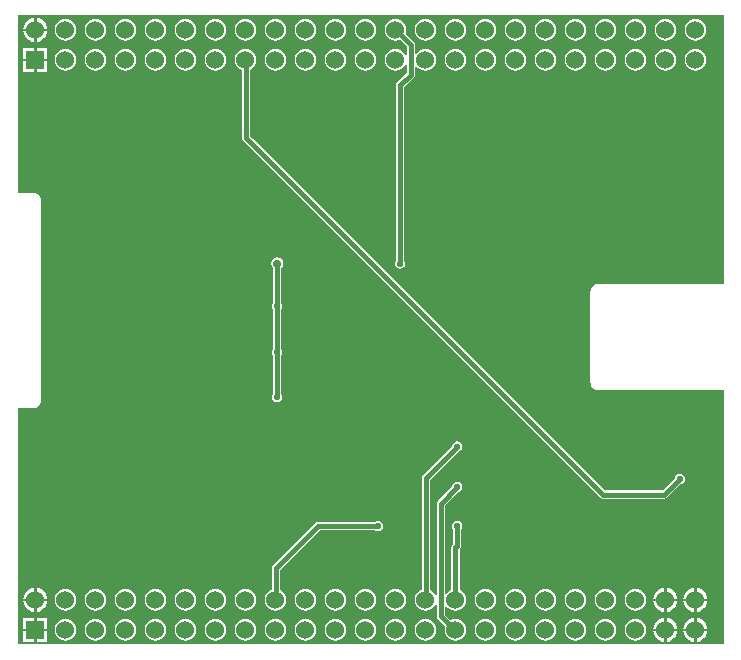
<source format=gbl>
G04 Layer_Physical_Order=2*
G04 Layer_Color=16711680*
%FSLAX25Y25*%
%MOIN*%
G70*
G01*
G75*
%ADD17C,0.01500*%
%ADD18C,0.06000*%
%ADD19R,0.06000X0.06000*%
%ADD20C,0.02200*%
%ADD21C,0.02800*%
G36*
X308878Y124622D02*
X267000D01*
X266321Y124533D01*
X265689Y124271D01*
X265146Y123854D01*
X264729Y123311D01*
X264467Y122679D01*
X264378Y122000D01*
Y92000D01*
X264467Y91321D01*
X264729Y90689D01*
X265146Y90146D01*
X265689Y89729D01*
X266321Y89467D01*
X267000Y89378D01*
X308878D01*
Y4591D01*
X73457D01*
Y83409D01*
X78740D01*
X79411Y83498D01*
X80036Y83756D01*
X80572Y84168D01*
X80984Y84705D01*
X81243Y85330D01*
X81331Y86000D01*
Y152441D01*
X81243Y153112D01*
X80984Y153736D01*
X80572Y154273D01*
X80036Y154685D01*
X79411Y154943D01*
X78740Y155032D01*
X73457D01*
Y214323D01*
X308878D01*
Y124622D01*
D02*
G37*
%LPC*%
G36*
X79783Y213363D02*
Y209781D01*
X83365D01*
X83280Y210425D01*
X82877Y211398D01*
X82236Y212234D01*
X81400Y212875D01*
X80427Y213278D01*
X79783Y213363D01*
D02*
G37*
G36*
X78983D02*
X78339Y213278D01*
X77366Y212875D01*
X76530Y212234D01*
X75889Y211398D01*
X75486Y210425D01*
X75401Y209781D01*
X78983D01*
Y213363D01*
D02*
G37*
G36*
X299383Y213012D02*
X298443Y212888D01*
X297568Y212526D01*
X296816Y211949D01*
X296239Y211197D01*
X295876Y210321D01*
X295752Y209381D01*
X295876Y208441D01*
X296239Y207565D01*
X296816Y206814D01*
X297568Y206236D01*
X298443Y205874D01*
X299383Y205750D01*
X300323Y205874D01*
X301199Y206236D01*
X301951Y206814D01*
X302528Y207565D01*
X302890Y208441D01*
X303014Y209381D01*
X302890Y210321D01*
X302528Y211197D01*
X301951Y211949D01*
X301199Y212526D01*
X300323Y212888D01*
X299383Y213012D01*
D02*
G37*
G36*
X289383D02*
X288443Y212888D01*
X287568Y212526D01*
X286816Y211949D01*
X286239Y211197D01*
X285876Y210321D01*
X285752Y209381D01*
X285876Y208441D01*
X286239Y207565D01*
X286816Y206814D01*
X287568Y206236D01*
X288443Y205874D01*
X289383Y205750D01*
X290323Y205874D01*
X291199Y206236D01*
X291951Y206814D01*
X292528Y207565D01*
X292891Y208441D01*
X293014Y209381D01*
X292891Y210321D01*
X292528Y211197D01*
X291951Y211949D01*
X291199Y212526D01*
X290323Y212888D01*
X289383Y213012D01*
D02*
G37*
G36*
X279383D02*
X278443Y212888D01*
X277568Y212526D01*
X276816Y211949D01*
X276239Y211197D01*
X275876Y210321D01*
X275752Y209381D01*
X275876Y208441D01*
X276239Y207565D01*
X276816Y206814D01*
X277568Y206236D01*
X278443Y205874D01*
X279383Y205750D01*
X280323Y205874D01*
X281199Y206236D01*
X281951Y206814D01*
X282528Y207565D01*
X282891Y208441D01*
X283014Y209381D01*
X282891Y210321D01*
X282528Y211197D01*
X281951Y211949D01*
X281199Y212526D01*
X280323Y212888D01*
X279383Y213012D01*
D02*
G37*
G36*
X269383D02*
X268443Y212888D01*
X267568Y212526D01*
X266816Y211949D01*
X266239Y211197D01*
X265876Y210321D01*
X265752Y209381D01*
X265876Y208441D01*
X266239Y207565D01*
X266816Y206814D01*
X267568Y206236D01*
X268443Y205874D01*
X269383Y205750D01*
X270323Y205874D01*
X271199Y206236D01*
X271951Y206814D01*
X272528Y207565D01*
X272890Y208441D01*
X273014Y209381D01*
X272890Y210321D01*
X272528Y211197D01*
X271951Y211949D01*
X271199Y212526D01*
X270323Y212888D01*
X269383Y213012D01*
D02*
G37*
G36*
X259383D02*
X258443Y212888D01*
X257568Y212526D01*
X256816Y211949D01*
X256239Y211197D01*
X255876Y210321D01*
X255752Y209381D01*
X255876Y208441D01*
X256239Y207565D01*
X256816Y206814D01*
X257568Y206236D01*
X258443Y205874D01*
X259383Y205750D01*
X260323Y205874D01*
X261199Y206236D01*
X261951Y206814D01*
X262528Y207565D01*
X262891Y208441D01*
X263014Y209381D01*
X262891Y210321D01*
X262528Y211197D01*
X261951Y211949D01*
X261199Y212526D01*
X260323Y212888D01*
X259383Y213012D01*
D02*
G37*
G36*
X249383D02*
X248443Y212888D01*
X247568Y212526D01*
X246816Y211949D01*
X246239Y211197D01*
X245876Y210321D01*
X245752Y209381D01*
X245876Y208441D01*
X246239Y207565D01*
X246816Y206814D01*
X247568Y206236D01*
X248443Y205874D01*
X249383Y205750D01*
X250323Y205874D01*
X251199Y206236D01*
X251951Y206814D01*
X252528Y207565D01*
X252890Y208441D01*
X253014Y209381D01*
X252890Y210321D01*
X252528Y211197D01*
X251951Y211949D01*
X251199Y212526D01*
X250323Y212888D01*
X249383Y213012D01*
D02*
G37*
G36*
X239383D02*
X238443Y212888D01*
X237568Y212526D01*
X236816Y211949D01*
X236239Y211197D01*
X235876Y210321D01*
X235752Y209381D01*
X235876Y208441D01*
X236239Y207565D01*
X236816Y206814D01*
X237568Y206236D01*
X238443Y205874D01*
X239383Y205750D01*
X240323Y205874D01*
X241199Y206236D01*
X241951Y206814D01*
X242528Y207565D01*
X242891Y208441D01*
X243014Y209381D01*
X242891Y210321D01*
X242528Y211197D01*
X241951Y211949D01*
X241199Y212526D01*
X240323Y212888D01*
X239383Y213012D01*
D02*
G37*
G36*
X229383D02*
X228443Y212888D01*
X227568Y212526D01*
X226816Y211949D01*
X226239Y211197D01*
X225876Y210321D01*
X225752Y209381D01*
X225876Y208441D01*
X226239Y207565D01*
X226816Y206814D01*
X227568Y206236D01*
X228443Y205874D01*
X229383Y205750D01*
X230323Y205874D01*
X231199Y206236D01*
X231951Y206814D01*
X232528Y207565D01*
X232891Y208441D01*
X233014Y209381D01*
X232891Y210321D01*
X232528Y211197D01*
X231951Y211949D01*
X231199Y212526D01*
X230323Y212888D01*
X229383Y213012D01*
D02*
G37*
G36*
X219383D02*
X218443Y212888D01*
X217568Y212526D01*
X216816Y211949D01*
X216239Y211197D01*
X215876Y210321D01*
X215752Y209381D01*
X215876Y208441D01*
X216239Y207565D01*
X216816Y206814D01*
X217568Y206236D01*
X218443Y205874D01*
X219383Y205750D01*
X220323Y205874D01*
X221199Y206236D01*
X221951Y206814D01*
X222528Y207565D01*
X222890Y208441D01*
X223014Y209381D01*
X222890Y210321D01*
X222528Y211197D01*
X221951Y211949D01*
X221199Y212526D01*
X220323Y212888D01*
X219383Y213012D01*
D02*
G37*
G36*
X209383D02*
X208443Y212888D01*
X207568Y212526D01*
X206816Y211949D01*
X206239Y211197D01*
X205876Y210321D01*
X205752Y209381D01*
X205876Y208441D01*
X206239Y207565D01*
X206816Y206814D01*
X207568Y206236D01*
X208443Y205874D01*
X209383Y205750D01*
X210323Y205874D01*
X211199Y206236D01*
X211951Y206814D01*
X212528Y207565D01*
X212891Y208441D01*
X213014Y209381D01*
X212891Y210321D01*
X212528Y211197D01*
X211951Y211949D01*
X211199Y212526D01*
X210323Y212888D01*
X209383Y213012D01*
D02*
G37*
G36*
X189383D02*
X188443Y212888D01*
X187568Y212526D01*
X186816Y211949D01*
X186239Y211197D01*
X185876Y210321D01*
X185752Y209381D01*
X185876Y208441D01*
X186239Y207565D01*
X186816Y206814D01*
X187568Y206236D01*
X188443Y205874D01*
X189383Y205750D01*
X190323Y205874D01*
X191199Y206236D01*
X191951Y206814D01*
X192528Y207565D01*
X192891Y208441D01*
X193014Y209381D01*
X192891Y210321D01*
X192528Y211197D01*
X191951Y211949D01*
X191199Y212526D01*
X190323Y212888D01*
X189383Y213012D01*
D02*
G37*
G36*
X179383D02*
X178443Y212888D01*
X177568Y212526D01*
X176816Y211949D01*
X176239Y211197D01*
X175876Y210321D01*
X175752Y209381D01*
X175876Y208441D01*
X176239Y207565D01*
X176816Y206814D01*
X177568Y206236D01*
X178443Y205874D01*
X179383Y205750D01*
X180323Y205874D01*
X181199Y206236D01*
X181951Y206814D01*
X182528Y207565D01*
X182890Y208441D01*
X183014Y209381D01*
X182890Y210321D01*
X182528Y211197D01*
X181951Y211949D01*
X181199Y212526D01*
X180323Y212888D01*
X179383Y213012D01*
D02*
G37*
G36*
X169383D02*
X168443Y212888D01*
X167568Y212526D01*
X166816Y211949D01*
X166239Y211197D01*
X165876Y210321D01*
X165752Y209381D01*
X165876Y208441D01*
X166239Y207565D01*
X166816Y206814D01*
X167568Y206236D01*
X168443Y205874D01*
X169383Y205750D01*
X170323Y205874D01*
X171199Y206236D01*
X171951Y206814D01*
X172528Y207565D01*
X172890Y208441D01*
X173014Y209381D01*
X172890Y210321D01*
X172528Y211197D01*
X171951Y211949D01*
X171199Y212526D01*
X170323Y212888D01*
X169383Y213012D01*
D02*
G37*
G36*
X159383D02*
X158443Y212888D01*
X157568Y212526D01*
X156816Y211949D01*
X156239Y211197D01*
X155876Y210321D01*
X155752Y209381D01*
X155876Y208441D01*
X156239Y207565D01*
X156816Y206814D01*
X157568Y206236D01*
X158443Y205874D01*
X159383Y205750D01*
X160323Y205874D01*
X161199Y206236D01*
X161951Y206814D01*
X162528Y207565D01*
X162891Y208441D01*
X163014Y209381D01*
X162891Y210321D01*
X162528Y211197D01*
X161951Y211949D01*
X161199Y212526D01*
X160323Y212888D01*
X159383Y213012D01*
D02*
G37*
G36*
X149383D02*
X148443Y212888D01*
X147568Y212526D01*
X146816Y211949D01*
X146239Y211197D01*
X145876Y210321D01*
X145752Y209381D01*
X145876Y208441D01*
X146239Y207565D01*
X146816Y206814D01*
X147568Y206236D01*
X148443Y205874D01*
X149383Y205750D01*
X150323Y205874D01*
X151199Y206236D01*
X151951Y206814D01*
X152528Y207565D01*
X152891Y208441D01*
X153014Y209381D01*
X152891Y210321D01*
X152528Y211197D01*
X151951Y211949D01*
X151199Y212526D01*
X150323Y212888D01*
X149383Y213012D01*
D02*
G37*
G36*
X139383D02*
X138443Y212888D01*
X137568Y212526D01*
X136816Y211949D01*
X136239Y211197D01*
X135876Y210321D01*
X135752Y209381D01*
X135876Y208441D01*
X136239Y207565D01*
X136816Y206814D01*
X137568Y206236D01*
X138443Y205874D01*
X139383Y205750D01*
X140323Y205874D01*
X141199Y206236D01*
X141951Y206814D01*
X142528Y207565D01*
X142891Y208441D01*
X143014Y209381D01*
X142891Y210321D01*
X142528Y211197D01*
X141951Y211949D01*
X141199Y212526D01*
X140323Y212888D01*
X139383Y213012D01*
D02*
G37*
G36*
X129383D02*
X128443Y212888D01*
X127568Y212526D01*
X126816Y211949D01*
X126239Y211197D01*
X125876Y210321D01*
X125752Y209381D01*
X125876Y208441D01*
X126239Y207565D01*
X126816Y206814D01*
X127568Y206236D01*
X128443Y205874D01*
X129383Y205750D01*
X130323Y205874D01*
X131199Y206236D01*
X131951Y206814D01*
X132528Y207565D01*
X132890Y208441D01*
X133014Y209381D01*
X132890Y210321D01*
X132528Y211197D01*
X131951Y211949D01*
X131199Y212526D01*
X130323Y212888D01*
X129383Y213012D01*
D02*
G37*
G36*
X119383D02*
X118443Y212888D01*
X117568Y212526D01*
X116816Y211949D01*
X116239Y211197D01*
X115876Y210321D01*
X115752Y209381D01*
X115876Y208441D01*
X116239Y207565D01*
X116816Y206814D01*
X117568Y206236D01*
X118443Y205874D01*
X119383Y205750D01*
X120323Y205874D01*
X121199Y206236D01*
X121951Y206814D01*
X122528Y207565D01*
X122890Y208441D01*
X123014Y209381D01*
X122890Y210321D01*
X122528Y211197D01*
X121951Y211949D01*
X121199Y212526D01*
X120323Y212888D01*
X119383Y213012D01*
D02*
G37*
G36*
X109383D02*
X108443Y212888D01*
X107568Y212526D01*
X106816Y211949D01*
X106239Y211197D01*
X105876Y210321D01*
X105752Y209381D01*
X105876Y208441D01*
X106239Y207565D01*
X106816Y206814D01*
X107568Y206236D01*
X108443Y205874D01*
X109383Y205750D01*
X110323Y205874D01*
X111199Y206236D01*
X111951Y206814D01*
X112528Y207565D01*
X112891Y208441D01*
X113014Y209381D01*
X112891Y210321D01*
X112528Y211197D01*
X111951Y211949D01*
X111199Y212526D01*
X110323Y212888D01*
X109383Y213012D01*
D02*
G37*
G36*
X99383D02*
X98443Y212888D01*
X97568Y212526D01*
X96816Y211949D01*
X96239Y211197D01*
X95876Y210321D01*
X95752Y209381D01*
X95876Y208441D01*
X96239Y207565D01*
X96816Y206814D01*
X97568Y206236D01*
X98443Y205874D01*
X99383Y205750D01*
X100323Y205874D01*
X101199Y206236D01*
X101951Y206814D01*
X102528Y207565D01*
X102891Y208441D01*
X103014Y209381D01*
X102891Y210321D01*
X102528Y211197D01*
X101951Y211949D01*
X101199Y212526D01*
X100323Y212888D01*
X99383Y213012D01*
D02*
G37*
G36*
X89383D02*
X88443Y212888D01*
X87568Y212526D01*
X86816Y211949D01*
X86239Y211197D01*
X85876Y210321D01*
X85752Y209381D01*
X85876Y208441D01*
X86239Y207565D01*
X86816Y206814D01*
X87568Y206236D01*
X88443Y205874D01*
X89383Y205750D01*
X90323Y205874D01*
X91199Y206236D01*
X91951Y206814D01*
X92528Y207565D01*
X92891Y208441D01*
X93014Y209381D01*
X92891Y210321D01*
X92528Y211197D01*
X91951Y211949D01*
X91199Y212526D01*
X90323Y212888D01*
X89383Y213012D01*
D02*
G37*
G36*
X83365Y208981D02*
X79783D01*
Y205399D01*
X80427Y205484D01*
X81400Y205887D01*
X82236Y206528D01*
X82877Y207364D01*
X83280Y208337D01*
X83365Y208981D01*
D02*
G37*
G36*
X78983D02*
X75401D01*
X75486Y208337D01*
X75889Y207364D01*
X76530Y206528D01*
X77366Y205887D01*
X78339Y205484D01*
X78983Y205399D01*
Y208981D01*
D02*
G37*
G36*
X199383Y213012D02*
X198443Y212888D01*
X197568Y212526D01*
X196816Y211949D01*
X196239Y211197D01*
X195876Y210321D01*
X195752Y209381D01*
X195876Y208441D01*
X196239Y207565D01*
X196816Y206814D01*
X197568Y206236D01*
X198443Y205874D01*
X199383Y205750D01*
X200323Y205874D01*
X200929Y206125D01*
X203124Y203930D01*
Y201065D01*
X202624Y200965D01*
X202528Y201197D01*
X201951Y201949D01*
X201199Y202526D01*
X200323Y202888D01*
X199383Y203012D01*
X198443Y202888D01*
X197568Y202526D01*
X196816Y201949D01*
X196239Y201197D01*
X195876Y200321D01*
X195752Y199381D01*
X195876Y198441D01*
X196239Y197565D01*
X196816Y196813D01*
X197568Y196236D01*
X198443Y195874D01*
X199383Y195750D01*
X200323Y195874D01*
X201199Y196236D01*
X201951Y196813D01*
X202528Y197565D01*
X202624Y197797D01*
X203124Y197697D01*
Y195070D01*
X200027Y191973D01*
X199728Y191527D01*
X199624Y191000D01*
Y132500D01*
X199399Y132163D01*
X199267Y131500D01*
X199399Y130837D01*
X199774Y130274D01*
X200337Y129899D01*
X201000Y129767D01*
X201663Y129899D01*
X202226Y130274D01*
X202601Y130837D01*
X202733Y131500D01*
X202601Y132163D01*
X202376Y132500D01*
Y190430D01*
X205473Y193527D01*
X205772Y193973D01*
X205876Y194500D01*
X205876Y194500D01*
Y197216D01*
X206377Y197386D01*
X206816Y196813D01*
X207568Y196236D01*
X208443Y195874D01*
X209383Y195750D01*
X210323Y195874D01*
X211199Y196236D01*
X211951Y196813D01*
X212528Y197565D01*
X212891Y198441D01*
X213014Y199381D01*
X212891Y200321D01*
X212528Y201197D01*
X211951Y201949D01*
X211199Y202526D01*
X210323Y202888D01*
X209383Y203012D01*
X208443Y202888D01*
X207568Y202526D01*
X206816Y201949D01*
X206377Y201376D01*
X205876Y201546D01*
Y204500D01*
X205876Y204500D01*
X205772Y205027D01*
X205473Y205473D01*
X202778Y208169D01*
X202890Y208441D01*
X203014Y209381D01*
X202890Y210321D01*
X202528Y211197D01*
X201951Y211949D01*
X201199Y212526D01*
X200323Y212888D01*
X199383Y213012D01*
D02*
G37*
G36*
X83383Y203381D02*
X79783D01*
Y199781D01*
X83383D01*
Y203381D01*
D02*
G37*
G36*
X78983D02*
X75383D01*
Y199781D01*
X78983D01*
Y203381D01*
D02*
G37*
G36*
X299383Y203012D02*
X298443Y202888D01*
X297568Y202526D01*
X296816Y201949D01*
X296239Y201197D01*
X295876Y200321D01*
X295752Y199381D01*
X295876Y198441D01*
X296239Y197565D01*
X296816Y196813D01*
X297568Y196236D01*
X298443Y195874D01*
X299383Y195750D01*
X300323Y195874D01*
X301199Y196236D01*
X301951Y196813D01*
X302528Y197565D01*
X302890Y198441D01*
X303014Y199381D01*
X302890Y200321D01*
X302528Y201197D01*
X301951Y201949D01*
X301199Y202526D01*
X300323Y202888D01*
X299383Y203012D01*
D02*
G37*
G36*
X289383D02*
X288443Y202888D01*
X287568Y202526D01*
X286816Y201949D01*
X286239Y201197D01*
X285876Y200321D01*
X285752Y199381D01*
X285876Y198441D01*
X286239Y197565D01*
X286816Y196813D01*
X287568Y196236D01*
X288443Y195874D01*
X289383Y195750D01*
X290323Y195874D01*
X291199Y196236D01*
X291951Y196813D01*
X292528Y197565D01*
X292891Y198441D01*
X293014Y199381D01*
X292891Y200321D01*
X292528Y201197D01*
X291951Y201949D01*
X291199Y202526D01*
X290323Y202888D01*
X289383Y203012D01*
D02*
G37*
G36*
X279383D02*
X278443Y202888D01*
X277568Y202526D01*
X276816Y201949D01*
X276239Y201197D01*
X275876Y200321D01*
X275752Y199381D01*
X275876Y198441D01*
X276239Y197565D01*
X276816Y196813D01*
X277568Y196236D01*
X278443Y195874D01*
X279383Y195750D01*
X280323Y195874D01*
X281199Y196236D01*
X281951Y196813D01*
X282528Y197565D01*
X282891Y198441D01*
X283014Y199381D01*
X282891Y200321D01*
X282528Y201197D01*
X281951Y201949D01*
X281199Y202526D01*
X280323Y202888D01*
X279383Y203012D01*
D02*
G37*
G36*
X269383D02*
X268443Y202888D01*
X267568Y202526D01*
X266816Y201949D01*
X266239Y201197D01*
X265876Y200321D01*
X265752Y199381D01*
X265876Y198441D01*
X266239Y197565D01*
X266816Y196813D01*
X267568Y196236D01*
X268443Y195874D01*
X269383Y195750D01*
X270323Y195874D01*
X271199Y196236D01*
X271951Y196813D01*
X272528Y197565D01*
X272890Y198441D01*
X273014Y199381D01*
X272890Y200321D01*
X272528Y201197D01*
X271951Y201949D01*
X271199Y202526D01*
X270323Y202888D01*
X269383Y203012D01*
D02*
G37*
G36*
X259383D02*
X258443Y202888D01*
X257568Y202526D01*
X256816Y201949D01*
X256239Y201197D01*
X255876Y200321D01*
X255752Y199381D01*
X255876Y198441D01*
X256239Y197565D01*
X256816Y196813D01*
X257568Y196236D01*
X258443Y195874D01*
X259383Y195750D01*
X260323Y195874D01*
X261199Y196236D01*
X261951Y196813D01*
X262528Y197565D01*
X262891Y198441D01*
X263014Y199381D01*
X262891Y200321D01*
X262528Y201197D01*
X261951Y201949D01*
X261199Y202526D01*
X260323Y202888D01*
X259383Y203012D01*
D02*
G37*
G36*
X249383D02*
X248443Y202888D01*
X247568Y202526D01*
X246816Y201949D01*
X246239Y201197D01*
X245876Y200321D01*
X245752Y199381D01*
X245876Y198441D01*
X246239Y197565D01*
X246816Y196813D01*
X247568Y196236D01*
X248443Y195874D01*
X249383Y195750D01*
X250323Y195874D01*
X251199Y196236D01*
X251951Y196813D01*
X252528Y197565D01*
X252890Y198441D01*
X253014Y199381D01*
X252890Y200321D01*
X252528Y201197D01*
X251951Y201949D01*
X251199Y202526D01*
X250323Y202888D01*
X249383Y203012D01*
D02*
G37*
G36*
X239383D02*
X238443Y202888D01*
X237568Y202526D01*
X236816Y201949D01*
X236239Y201197D01*
X235876Y200321D01*
X235752Y199381D01*
X235876Y198441D01*
X236239Y197565D01*
X236816Y196813D01*
X237568Y196236D01*
X238443Y195874D01*
X239383Y195750D01*
X240323Y195874D01*
X241199Y196236D01*
X241951Y196813D01*
X242528Y197565D01*
X242891Y198441D01*
X243014Y199381D01*
X242891Y200321D01*
X242528Y201197D01*
X241951Y201949D01*
X241199Y202526D01*
X240323Y202888D01*
X239383Y203012D01*
D02*
G37*
G36*
X229383D02*
X228443Y202888D01*
X227568Y202526D01*
X226816Y201949D01*
X226239Y201197D01*
X225876Y200321D01*
X225752Y199381D01*
X225876Y198441D01*
X226239Y197565D01*
X226816Y196813D01*
X227568Y196236D01*
X228443Y195874D01*
X229383Y195750D01*
X230323Y195874D01*
X231199Y196236D01*
X231951Y196813D01*
X232528Y197565D01*
X232891Y198441D01*
X233014Y199381D01*
X232891Y200321D01*
X232528Y201197D01*
X231951Y201949D01*
X231199Y202526D01*
X230323Y202888D01*
X229383Y203012D01*
D02*
G37*
G36*
X219383D02*
X218443Y202888D01*
X217568Y202526D01*
X216816Y201949D01*
X216239Y201197D01*
X215876Y200321D01*
X215752Y199381D01*
X215876Y198441D01*
X216239Y197565D01*
X216816Y196813D01*
X217568Y196236D01*
X218443Y195874D01*
X219383Y195750D01*
X220323Y195874D01*
X221199Y196236D01*
X221951Y196813D01*
X222528Y197565D01*
X222890Y198441D01*
X223014Y199381D01*
X222890Y200321D01*
X222528Y201197D01*
X221951Y201949D01*
X221199Y202526D01*
X220323Y202888D01*
X219383Y203012D01*
D02*
G37*
G36*
X189383D02*
X188443Y202888D01*
X187568Y202526D01*
X186816Y201949D01*
X186239Y201197D01*
X185876Y200321D01*
X185752Y199381D01*
X185876Y198441D01*
X186239Y197565D01*
X186816Y196813D01*
X187568Y196236D01*
X188443Y195874D01*
X189383Y195750D01*
X190323Y195874D01*
X191199Y196236D01*
X191951Y196813D01*
X192528Y197565D01*
X192891Y198441D01*
X193014Y199381D01*
X192891Y200321D01*
X192528Y201197D01*
X191951Y201949D01*
X191199Y202526D01*
X190323Y202888D01*
X189383Y203012D01*
D02*
G37*
G36*
X179383D02*
X178443Y202888D01*
X177568Y202526D01*
X176816Y201949D01*
X176239Y201197D01*
X175876Y200321D01*
X175752Y199381D01*
X175876Y198441D01*
X176239Y197565D01*
X176816Y196813D01*
X177568Y196236D01*
X178443Y195874D01*
X179383Y195750D01*
X180323Y195874D01*
X181199Y196236D01*
X181951Y196813D01*
X182528Y197565D01*
X182890Y198441D01*
X183014Y199381D01*
X182890Y200321D01*
X182528Y201197D01*
X181951Y201949D01*
X181199Y202526D01*
X180323Y202888D01*
X179383Y203012D01*
D02*
G37*
G36*
X169383D02*
X168443Y202888D01*
X167568Y202526D01*
X166816Y201949D01*
X166239Y201197D01*
X165876Y200321D01*
X165752Y199381D01*
X165876Y198441D01*
X166239Y197565D01*
X166816Y196813D01*
X167568Y196236D01*
X168443Y195874D01*
X169383Y195750D01*
X170323Y195874D01*
X171199Y196236D01*
X171951Y196813D01*
X172528Y197565D01*
X172890Y198441D01*
X173014Y199381D01*
X172890Y200321D01*
X172528Y201197D01*
X171951Y201949D01*
X171199Y202526D01*
X170323Y202888D01*
X169383Y203012D01*
D02*
G37*
G36*
X159383D02*
X158443Y202888D01*
X157568Y202526D01*
X156816Y201949D01*
X156239Y201197D01*
X155876Y200321D01*
X155752Y199381D01*
X155876Y198441D01*
X156239Y197565D01*
X156816Y196813D01*
X157568Y196236D01*
X158443Y195874D01*
X159383Y195750D01*
X160323Y195874D01*
X161199Y196236D01*
X161951Y196813D01*
X162528Y197565D01*
X162891Y198441D01*
X163014Y199381D01*
X162891Y200321D01*
X162528Y201197D01*
X161951Y201949D01*
X161199Y202526D01*
X160323Y202888D01*
X159383Y203012D01*
D02*
G37*
G36*
X139383D02*
X138443Y202888D01*
X137568Y202526D01*
X136816Y201949D01*
X136239Y201197D01*
X135876Y200321D01*
X135752Y199381D01*
X135876Y198441D01*
X136239Y197565D01*
X136816Y196813D01*
X137568Y196236D01*
X138443Y195874D01*
X139383Y195750D01*
X140323Y195874D01*
X141199Y196236D01*
X141951Y196813D01*
X142528Y197565D01*
X142891Y198441D01*
X143014Y199381D01*
X142891Y200321D01*
X142528Y201197D01*
X141951Y201949D01*
X141199Y202526D01*
X140323Y202888D01*
X139383Y203012D01*
D02*
G37*
G36*
X129383D02*
X128443Y202888D01*
X127568Y202526D01*
X126816Y201949D01*
X126239Y201197D01*
X125876Y200321D01*
X125752Y199381D01*
X125876Y198441D01*
X126239Y197565D01*
X126816Y196813D01*
X127568Y196236D01*
X128443Y195874D01*
X129383Y195750D01*
X130323Y195874D01*
X131199Y196236D01*
X131951Y196813D01*
X132528Y197565D01*
X132890Y198441D01*
X133014Y199381D01*
X132890Y200321D01*
X132528Y201197D01*
X131951Y201949D01*
X131199Y202526D01*
X130323Y202888D01*
X129383Y203012D01*
D02*
G37*
G36*
X119383D02*
X118443Y202888D01*
X117568Y202526D01*
X116816Y201949D01*
X116239Y201197D01*
X115876Y200321D01*
X115752Y199381D01*
X115876Y198441D01*
X116239Y197565D01*
X116816Y196813D01*
X117568Y196236D01*
X118443Y195874D01*
X119383Y195750D01*
X120323Y195874D01*
X121199Y196236D01*
X121951Y196813D01*
X122528Y197565D01*
X122890Y198441D01*
X123014Y199381D01*
X122890Y200321D01*
X122528Y201197D01*
X121951Y201949D01*
X121199Y202526D01*
X120323Y202888D01*
X119383Y203012D01*
D02*
G37*
G36*
X109383D02*
X108443Y202888D01*
X107568Y202526D01*
X106816Y201949D01*
X106239Y201197D01*
X105876Y200321D01*
X105752Y199381D01*
X105876Y198441D01*
X106239Y197565D01*
X106816Y196813D01*
X107568Y196236D01*
X108443Y195874D01*
X109383Y195750D01*
X110323Y195874D01*
X111199Y196236D01*
X111951Y196813D01*
X112528Y197565D01*
X112891Y198441D01*
X113014Y199381D01*
X112891Y200321D01*
X112528Y201197D01*
X111951Y201949D01*
X111199Y202526D01*
X110323Y202888D01*
X109383Y203012D01*
D02*
G37*
G36*
X99383D02*
X98443Y202888D01*
X97568Y202526D01*
X96816Y201949D01*
X96239Y201197D01*
X95876Y200321D01*
X95752Y199381D01*
X95876Y198441D01*
X96239Y197565D01*
X96816Y196813D01*
X97568Y196236D01*
X98443Y195874D01*
X99383Y195750D01*
X100323Y195874D01*
X101199Y196236D01*
X101951Y196813D01*
X102528Y197565D01*
X102891Y198441D01*
X103014Y199381D01*
X102891Y200321D01*
X102528Y201197D01*
X101951Y201949D01*
X101199Y202526D01*
X100323Y202888D01*
X99383Y203012D01*
D02*
G37*
G36*
X89383D02*
X88443Y202888D01*
X87568Y202526D01*
X86816Y201949D01*
X86239Y201197D01*
X85876Y200321D01*
X85752Y199381D01*
X85876Y198441D01*
X86239Y197565D01*
X86816Y196813D01*
X87568Y196236D01*
X88443Y195874D01*
X89383Y195750D01*
X90323Y195874D01*
X91199Y196236D01*
X91951Y196813D01*
X92528Y197565D01*
X92891Y198441D01*
X93014Y199381D01*
X92891Y200321D01*
X92528Y201197D01*
X91951Y201949D01*
X91199Y202526D01*
X90323Y202888D01*
X89383Y203012D01*
D02*
G37*
G36*
X83383Y198981D02*
X79783D01*
Y195381D01*
X83383D01*
Y198981D01*
D02*
G37*
G36*
X78983D02*
X75383D01*
Y195381D01*
X78983D01*
Y198981D01*
D02*
G37*
G36*
X160000Y133539D02*
X159220Y133384D01*
X158558Y132942D01*
X158116Y132280D01*
X157961Y131500D01*
X158116Y130720D01*
X158558Y130058D01*
X158624Y130014D01*
Y118500D01*
X158399Y118163D01*
X158267Y117500D01*
X158399Y116837D01*
X158624Y116500D01*
Y103000D01*
X158399Y102663D01*
X158267Y102000D01*
X158399Y101337D01*
X158624Y101000D01*
Y88000D01*
X158399Y87663D01*
X158267Y87000D01*
X158399Y86337D01*
X158774Y85774D01*
X159337Y85399D01*
X160000Y85267D01*
X160663Y85399D01*
X161226Y85774D01*
X161601Y86337D01*
X161733Y87000D01*
X161601Y87663D01*
X161376Y88000D01*
Y101000D01*
X161601Y101337D01*
X161733Y102000D01*
X161601Y102663D01*
X161376Y103000D01*
Y116500D01*
X161601Y116837D01*
X161733Y117500D01*
X161601Y118163D01*
X161376Y118500D01*
Y130014D01*
X161442Y130058D01*
X161884Y130720D01*
X162039Y131500D01*
X161884Y132280D01*
X161442Y132942D01*
X160780Y133384D01*
X160000Y133539D01*
D02*
G37*
G36*
X149383Y203012D02*
X148443Y202888D01*
X147568Y202526D01*
X146816Y201949D01*
X146239Y201197D01*
X145876Y200321D01*
X145752Y199381D01*
X145876Y198441D01*
X146239Y197565D01*
X146816Y196813D01*
X147568Y196236D01*
X148124Y196006D01*
Y173500D01*
X148228Y172973D01*
X148527Y172527D01*
X267527Y53527D01*
X267527Y53527D01*
X267973Y53228D01*
X268500Y53124D01*
X288994D01*
X289521Y53228D01*
X289967Y53527D01*
X294410Y57969D01*
X294807Y58048D01*
X295369Y58424D01*
X295745Y58986D01*
X295877Y59650D01*
X295745Y60313D01*
X295369Y60875D01*
X294807Y61251D01*
X294144Y61383D01*
X293480Y61251D01*
X292918Y60875D01*
X292542Y60313D01*
X292463Y59916D01*
X288424Y55876D01*
X269070D01*
X150876Y174070D01*
Y196103D01*
X151199Y196236D01*
X151951Y196813D01*
X152528Y197565D01*
X152891Y198441D01*
X153014Y199381D01*
X152891Y200321D01*
X152528Y201197D01*
X151951Y201949D01*
X151199Y202526D01*
X150323Y202888D01*
X149383Y203012D01*
D02*
G37*
G36*
X193500Y45733D02*
X192837Y45601D01*
X192500Y45376D01*
X173500D01*
X172973Y45272D01*
X172527Y44973D01*
X158527Y30973D01*
X158228Y30527D01*
X158124Y30000D01*
Y22756D01*
X157568Y22526D01*
X156816Y21949D01*
X156239Y21197D01*
X155876Y20321D01*
X155752Y19381D01*
X155876Y18441D01*
X156239Y17566D01*
X156816Y16814D01*
X157568Y16236D01*
X158443Y15874D01*
X159383Y15750D01*
X160323Y15874D01*
X161199Y16236D01*
X161951Y16814D01*
X162528Y17566D01*
X162891Y18441D01*
X163014Y19381D01*
X162891Y20321D01*
X162528Y21197D01*
X161951Y21949D01*
X161199Y22526D01*
X160876Y22659D01*
Y29430D01*
X174070Y42624D01*
X192500D01*
X192837Y42399D01*
X193500Y42267D01*
X194163Y42399D01*
X194726Y42774D01*
X195101Y43337D01*
X195233Y44000D01*
X195101Y44663D01*
X194726Y45226D01*
X194163Y45601D01*
X193500Y45733D01*
D02*
G37*
G36*
X299783Y23363D02*
Y19781D01*
X303365D01*
X303280Y20425D01*
X302877Y21398D01*
X302236Y22234D01*
X301400Y22875D01*
X300427Y23278D01*
X299783Y23363D01*
D02*
G37*
G36*
X298983D02*
X298339Y23278D01*
X297366Y22875D01*
X296530Y22234D01*
X295889Y21398D01*
X295486Y20425D01*
X295401Y19781D01*
X298983D01*
Y23363D01*
D02*
G37*
G36*
X289783D02*
Y19781D01*
X293365D01*
X293280Y20425D01*
X292877Y21398D01*
X292236Y22234D01*
X291400Y22875D01*
X290427Y23278D01*
X289783Y23363D01*
D02*
G37*
G36*
X288983D02*
X288339Y23278D01*
X287366Y22875D01*
X286530Y22234D01*
X285889Y21398D01*
X285486Y20425D01*
X285401Y19781D01*
X288983D01*
Y23363D01*
D02*
G37*
G36*
X79783D02*
Y19781D01*
X83365D01*
X83280Y20425D01*
X82877Y21398D01*
X82236Y22234D01*
X81400Y22875D01*
X80427Y23278D01*
X79783Y23363D01*
D02*
G37*
G36*
X78983D02*
X78339Y23278D01*
X77366Y22875D01*
X76530Y22234D01*
X75889Y21398D01*
X75486Y20425D01*
X75401Y19781D01*
X78983D01*
Y23363D01*
D02*
G37*
G36*
X279383Y23012D02*
X278443Y22888D01*
X277568Y22526D01*
X276816Y21949D01*
X276239Y21197D01*
X275876Y20321D01*
X275752Y19381D01*
X275876Y18441D01*
X276239Y17566D01*
X276816Y16814D01*
X277568Y16236D01*
X278443Y15874D01*
X279383Y15750D01*
X280323Y15874D01*
X281199Y16236D01*
X281951Y16814D01*
X282528Y17566D01*
X282891Y18441D01*
X283014Y19381D01*
X282891Y20321D01*
X282528Y21197D01*
X281951Y21949D01*
X281199Y22526D01*
X280323Y22888D01*
X279383Y23012D01*
D02*
G37*
G36*
X269383D02*
X268443Y22888D01*
X267568Y22526D01*
X266816Y21949D01*
X266239Y21197D01*
X265876Y20321D01*
X265752Y19381D01*
X265876Y18441D01*
X266239Y17566D01*
X266816Y16814D01*
X267568Y16236D01*
X268443Y15874D01*
X269383Y15750D01*
X270323Y15874D01*
X271199Y16236D01*
X271951Y16814D01*
X272528Y17566D01*
X272890Y18441D01*
X273014Y19381D01*
X272890Y20321D01*
X272528Y21197D01*
X271951Y21949D01*
X271199Y22526D01*
X270323Y22888D01*
X269383Y23012D01*
D02*
G37*
G36*
X259383D02*
X258443Y22888D01*
X257568Y22526D01*
X256816Y21949D01*
X256239Y21197D01*
X255876Y20321D01*
X255752Y19381D01*
X255876Y18441D01*
X256239Y17566D01*
X256816Y16814D01*
X257568Y16236D01*
X258443Y15874D01*
X259383Y15750D01*
X260323Y15874D01*
X261199Y16236D01*
X261951Y16814D01*
X262528Y17566D01*
X262891Y18441D01*
X263014Y19381D01*
X262891Y20321D01*
X262528Y21197D01*
X261951Y21949D01*
X261199Y22526D01*
X260323Y22888D01*
X259383Y23012D01*
D02*
G37*
G36*
X249383D02*
X248443Y22888D01*
X247568Y22526D01*
X246816Y21949D01*
X246239Y21197D01*
X245876Y20321D01*
X245752Y19381D01*
X245876Y18441D01*
X246239Y17566D01*
X246816Y16814D01*
X247568Y16236D01*
X248443Y15874D01*
X249383Y15750D01*
X250323Y15874D01*
X251199Y16236D01*
X251951Y16814D01*
X252528Y17566D01*
X252890Y18441D01*
X253014Y19381D01*
X252890Y20321D01*
X252528Y21197D01*
X251951Y21949D01*
X251199Y22526D01*
X250323Y22888D01*
X249383Y23012D01*
D02*
G37*
G36*
X239383D02*
X238443Y22888D01*
X237568Y22526D01*
X236816Y21949D01*
X236239Y21197D01*
X235876Y20321D01*
X235752Y19381D01*
X235876Y18441D01*
X236239Y17566D01*
X236816Y16814D01*
X237568Y16236D01*
X238443Y15874D01*
X239383Y15750D01*
X240323Y15874D01*
X241199Y16236D01*
X241951Y16814D01*
X242528Y17566D01*
X242891Y18441D01*
X243014Y19381D01*
X242891Y20321D01*
X242528Y21197D01*
X241951Y21949D01*
X241199Y22526D01*
X240323Y22888D01*
X239383Y23012D01*
D02*
G37*
G36*
X229383D02*
X228443Y22888D01*
X227568Y22526D01*
X226816Y21949D01*
X226239Y21197D01*
X225876Y20321D01*
X225752Y19381D01*
X225876Y18441D01*
X226239Y17566D01*
X226816Y16814D01*
X227568Y16236D01*
X228443Y15874D01*
X229383Y15750D01*
X230323Y15874D01*
X231199Y16236D01*
X231951Y16814D01*
X232528Y17566D01*
X232891Y18441D01*
X233014Y19381D01*
X232891Y20321D01*
X232528Y21197D01*
X231951Y21949D01*
X231199Y22526D01*
X230323Y22888D01*
X229383Y23012D01*
D02*
G37*
G36*
X220000Y72233D02*
X219337Y72101D01*
X218774Y71726D01*
X218399Y71163D01*
X218320Y70766D01*
X208527Y60973D01*
X208228Y60527D01*
X208123Y60000D01*
Y22756D01*
X207568Y22526D01*
X206816Y21949D01*
X206239Y21197D01*
X205876Y20321D01*
X205752Y19381D01*
X205876Y18441D01*
X206239Y17566D01*
X206816Y16814D01*
X207568Y16236D01*
X208443Y15874D01*
X209383Y15750D01*
X210323Y15874D01*
X211199Y16236D01*
X211951Y16814D01*
X212528Y17566D01*
X212624Y17797D01*
X213123Y17697D01*
Y13883D01*
X213228Y13356D01*
X213527Y12910D01*
X215946Y10491D01*
X215876Y10321D01*
X215752Y9381D01*
X215876Y8441D01*
X216239Y7565D01*
X216816Y6814D01*
X217568Y6236D01*
X218443Y5874D01*
X219383Y5750D01*
X220323Y5874D01*
X221199Y6236D01*
X221951Y6814D01*
X222528Y7565D01*
X222890Y8441D01*
X223014Y9381D01*
X222890Y10321D01*
X222528Y11197D01*
X221951Y11949D01*
X221199Y12526D01*
X220323Y12888D01*
X219383Y13012D01*
X218443Y12888D01*
X217735Y12595D01*
X215877Y14453D01*
Y17216D01*
X216376Y17386D01*
X216816Y16814D01*
X217568Y16236D01*
X218443Y15874D01*
X219383Y15750D01*
X220323Y15874D01*
X221199Y16236D01*
X221951Y16814D01*
X222528Y17566D01*
X222890Y18441D01*
X223014Y19381D01*
X222890Y20321D01*
X222528Y21197D01*
X221951Y21949D01*
X221199Y22526D01*
X220760Y22707D01*
Y36313D01*
X220973Y36527D01*
X221272Y36973D01*
X221376Y37500D01*
X221376Y37500D01*
Y43000D01*
X221601Y43337D01*
X221733Y44000D01*
X221601Y44663D01*
X221226Y45226D01*
X220663Y45601D01*
X220000Y45733D01*
X219337Y45601D01*
X218774Y45226D01*
X218399Y44663D01*
X218267Y44000D01*
X218399Y43337D01*
X218623Y43000D01*
Y38070D01*
X218410Y37857D01*
X218111Y37410D01*
X218007Y36883D01*
Y22707D01*
X217568Y22526D01*
X216816Y21949D01*
X216376Y21376D01*
X215877Y21546D01*
Y50930D01*
X220266Y55320D01*
X220663Y55399D01*
X221226Y55774D01*
X221601Y56337D01*
X221733Y57000D01*
X221601Y57663D01*
X221226Y58226D01*
X220663Y58601D01*
X220000Y58733D01*
X219337Y58601D01*
X218774Y58226D01*
X218399Y57663D01*
X218320Y57266D01*
X213527Y52473D01*
X213228Y52027D01*
X213123Y51500D01*
Y21065D01*
X212624Y20965D01*
X212528Y21197D01*
X211951Y21949D01*
X211199Y22526D01*
X210876Y22659D01*
Y59430D01*
X220266Y68820D01*
X220663Y68899D01*
X221226Y69274D01*
X221601Y69837D01*
X221733Y70500D01*
X221601Y71163D01*
X221226Y71726D01*
X220663Y72101D01*
X220000Y72233D01*
D02*
G37*
G36*
X199383Y23012D02*
X198443Y22888D01*
X197568Y22526D01*
X196816Y21949D01*
X196239Y21197D01*
X195876Y20321D01*
X195752Y19381D01*
X195876Y18441D01*
X196239Y17566D01*
X196816Y16814D01*
X197568Y16236D01*
X198443Y15874D01*
X199383Y15750D01*
X200323Y15874D01*
X201199Y16236D01*
X201951Y16814D01*
X202528Y17566D01*
X202890Y18441D01*
X203014Y19381D01*
X202890Y20321D01*
X202528Y21197D01*
X201951Y21949D01*
X201199Y22526D01*
X200323Y22888D01*
X199383Y23012D01*
D02*
G37*
G36*
X189383D02*
X188443Y22888D01*
X187568Y22526D01*
X186816Y21949D01*
X186239Y21197D01*
X185876Y20321D01*
X185752Y19381D01*
X185876Y18441D01*
X186239Y17566D01*
X186816Y16814D01*
X187568Y16236D01*
X188443Y15874D01*
X189383Y15750D01*
X190323Y15874D01*
X191199Y16236D01*
X191951Y16814D01*
X192528Y17566D01*
X192891Y18441D01*
X193014Y19381D01*
X192891Y20321D01*
X192528Y21197D01*
X191951Y21949D01*
X191199Y22526D01*
X190323Y22888D01*
X189383Y23012D01*
D02*
G37*
G36*
X179383D02*
X178443Y22888D01*
X177568Y22526D01*
X176816Y21949D01*
X176239Y21197D01*
X175876Y20321D01*
X175752Y19381D01*
X175876Y18441D01*
X176239Y17566D01*
X176816Y16814D01*
X177568Y16236D01*
X178443Y15874D01*
X179383Y15750D01*
X180323Y15874D01*
X181199Y16236D01*
X181951Y16814D01*
X182528Y17566D01*
X182890Y18441D01*
X183014Y19381D01*
X182890Y20321D01*
X182528Y21197D01*
X181951Y21949D01*
X181199Y22526D01*
X180323Y22888D01*
X179383Y23012D01*
D02*
G37*
G36*
X169383D02*
X168443Y22888D01*
X167568Y22526D01*
X166816Y21949D01*
X166239Y21197D01*
X165876Y20321D01*
X165752Y19381D01*
X165876Y18441D01*
X166239Y17566D01*
X166816Y16814D01*
X167568Y16236D01*
X168443Y15874D01*
X169383Y15750D01*
X170323Y15874D01*
X171199Y16236D01*
X171951Y16814D01*
X172528Y17566D01*
X172890Y18441D01*
X173014Y19381D01*
X172890Y20321D01*
X172528Y21197D01*
X171951Y21949D01*
X171199Y22526D01*
X170323Y22888D01*
X169383Y23012D01*
D02*
G37*
G36*
X149383D02*
X148443Y22888D01*
X147568Y22526D01*
X146816Y21949D01*
X146239Y21197D01*
X145876Y20321D01*
X145752Y19381D01*
X145876Y18441D01*
X146239Y17566D01*
X146816Y16814D01*
X147568Y16236D01*
X148443Y15874D01*
X149383Y15750D01*
X150323Y15874D01*
X151199Y16236D01*
X151951Y16814D01*
X152528Y17566D01*
X152891Y18441D01*
X153014Y19381D01*
X152891Y20321D01*
X152528Y21197D01*
X151951Y21949D01*
X151199Y22526D01*
X150323Y22888D01*
X149383Y23012D01*
D02*
G37*
G36*
X139383D02*
X138443Y22888D01*
X137568Y22526D01*
X136816Y21949D01*
X136239Y21197D01*
X135876Y20321D01*
X135752Y19381D01*
X135876Y18441D01*
X136239Y17566D01*
X136816Y16814D01*
X137568Y16236D01*
X138443Y15874D01*
X139383Y15750D01*
X140323Y15874D01*
X141199Y16236D01*
X141951Y16814D01*
X142528Y17566D01*
X142891Y18441D01*
X143014Y19381D01*
X142891Y20321D01*
X142528Y21197D01*
X141951Y21949D01*
X141199Y22526D01*
X140323Y22888D01*
X139383Y23012D01*
D02*
G37*
G36*
X129383D02*
X128443Y22888D01*
X127568Y22526D01*
X126816Y21949D01*
X126239Y21197D01*
X125876Y20321D01*
X125752Y19381D01*
X125876Y18441D01*
X126239Y17566D01*
X126816Y16814D01*
X127568Y16236D01*
X128443Y15874D01*
X129383Y15750D01*
X130323Y15874D01*
X131199Y16236D01*
X131951Y16814D01*
X132528Y17566D01*
X132890Y18441D01*
X133014Y19381D01*
X132890Y20321D01*
X132528Y21197D01*
X131951Y21949D01*
X131199Y22526D01*
X130323Y22888D01*
X129383Y23012D01*
D02*
G37*
G36*
X119383D02*
X118443Y22888D01*
X117568Y22526D01*
X116816Y21949D01*
X116239Y21197D01*
X115876Y20321D01*
X115752Y19381D01*
X115876Y18441D01*
X116239Y17566D01*
X116816Y16814D01*
X117568Y16236D01*
X118443Y15874D01*
X119383Y15750D01*
X120323Y15874D01*
X121199Y16236D01*
X121951Y16814D01*
X122528Y17566D01*
X122890Y18441D01*
X123014Y19381D01*
X122890Y20321D01*
X122528Y21197D01*
X121951Y21949D01*
X121199Y22526D01*
X120323Y22888D01*
X119383Y23012D01*
D02*
G37*
G36*
X109383D02*
X108443Y22888D01*
X107568Y22526D01*
X106816Y21949D01*
X106239Y21197D01*
X105876Y20321D01*
X105752Y19381D01*
X105876Y18441D01*
X106239Y17566D01*
X106816Y16814D01*
X107568Y16236D01*
X108443Y15874D01*
X109383Y15750D01*
X110323Y15874D01*
X111199Y16236D01*
X111951Y16814D01*
X112528Y17566D01*
X112891Y18441D01*
X113014Y19381D01*
X112891Y20321D01*
X112528Y21197D01*
X111951Y21949D01*
X111199Y22526D01*
X110323Y22888D01*
X109383Y23012D01*
D02*
G37*
G36*
X99383D02*
X98443Y22888D01*
X97568Y22526D01*
X96816Y21949D01*
X96239Y21197D01*
X95876Y20321D01*
X95752Y19381D01*
X95876Y18441D01*
X96239Y17566D01*
X96816Y16814D01*
X97568Y16236D01*
X98443Y15874D01*
X99383Y15750D01*
X100323Y15874D01*
X101199Y16236D01*
X101951Y16814D01*
X102528Y17566D01*
X102891Y18441D01*
X103014Y19381D01*
X102891Y20321D01*
X102528Y21197D01*
X101951Y21949D01*
X101199Y22526D01*
X100323Y22888D01*
X99383Y23012D01*
D02*
G37*
G36*
X89383D02*
X88443Y22888D01*
X87568Y22526D01*
X86816Y21949D01*
X86239Y21197D01*
X85876Y20321D01*
X85752Y19381D01*
X85876Y18441D01*
X86239Y17566D01*
X86816Y16814D01*
X87568Y16236D01*
X88443Y15874D01*
X89383Y15750D01*
X90323Y15874D01*
X91199Y16236D01*
X91951Y16814D01*
X92528Y17566D01*
X92891Y18441D01*
X93014Y19381D01*
X92891Y20321D01*
X92528Y21197D01*
X91951Y21949D01*
X91199Y22526D01*
X90323Y22888D01*
X89383Y23012D01*
D02*
G37*
G36*
X303365Y18981D02*
X299783D01*
Y15399D01*
X300427Y15484D01*
X301400Y15887D01*
X302236Y16528D01*
X302877Y17364D01*
X303280Y18337D01*
X303365Y18981D01*
D02*
G37*
G36*
X298983D02*
X295401D01*
X295486Y18337D01*
X295889Y17364D01*
X296530Y16528D01*
X297366Y15887D01*
X298339Y15484D01*
X298983Y15399D01*
Y18981D01*
D02*
G37*
G36*
X293365D02*
X289783D01*
Y15399D01*
X290427Y15484D01*
X291400Y15887D01*
X292236Y16528D01*
X292877Y17364D01*
X293280Y18337D01*
X293365Y18981D01*
D02*
G37*
G36*
X288983D02*
X285401D01*
X285486Y18337D01*
X285889Y17364D01*
X286530Y16528D01*
X287366Y15887D01*
X288339Y15484D01*
X288983Y15399D01*
Y18981D01*
D02*
G37*
G36*
X83365D02*
X79783D01*
Y15399D01*
X80427Y15484D01*
X81400Y15887D01*
X82236Y16528D01*
X82877Y17364D01*
X83280Y18337D01*
X83365Y18981D01*
D02*
G37*
G36*
X78983D02*
X75401D01*
X75486Y18337D01*
X75889Y17364D01*
X76530Y16528D01*
X77366Y15887D01*
X78339Y15484D01*
X78983Y15399D01*
Y18981D01*
D02*
G37*
G36*
X299783Y13363D02*
Y9781D01*
X303365D01*
X303280Y10425D01*
X302877Y11398D01*
X302236Y12234D01*
X301400Y12875D01*
X300427Y13278D01*
X299783Y13363D01*
D02*
G37*
G36*
X298983D02*
X298339Y13278D01*
X297366Y12875D01*
X296530Y12234D01*
X295889Y11398D01*
X295486Y10425D01*
X295401Y9781D01*
X298983D01*
Y13363D01*
D02*
G37*
G36*
X289783D02*
Y9781D01*
X293365D01*
X293280Y10425D01*
X292877Y11398D01*
X292236Y12234D01*
X291400Y12875D01*
X290427Y13278D01*
X289783Y13363D01*
D02*
G37*
G36*
X288983D02*
X288339Y13278D01*
X287366Y12875D01*
X286530Y12234D01*
X285889Y11398D01*
X285486Y10425D01*
X285401Y9781D01*
X288983D01*
Y13363D01*
D02*
G37*
G36*
X83383Y13381D02*
X79783D01*
Y9781D01*
X83383D01*
Y13381D01*
D02*
G37*
G36*
X78983D02*
X75383D01*
Y9781D01*
X78983D01*
Y13381D01*
D02*
G37*
G36*
X279383Y13012D02*
X278443Y12888D01*
X277568Y12526D01*
X276816Y11949D01*
X276239Y11197D01*
X275876Y10321D01*
X275752Y9381D01*
X275876Y8441D01*
X276239Y7565D01*
X276816Y6814D01*
X277568Y6236D01*
X278443Y5874D01*
X279383Y5750D01*
X280323Y5874D01*
X281199Y6236D01*
X281951Y6814D01*
X282528Y7565D01*
X282891Y8441D01*
X283014Y9381D01*
X282891Y10321D01*
X282528Y11197D01*
X281951Y11949D01*
X281199Y12526D01*
X280323Y12888D01*
X279383Y13012D01*
D02*
G37*
G36*
X269383D02*
X268443Y12888D01*
X267568Y12526D01*
X266816Y11949D01*
X266239Y11197D01*
X265876Y10321D01*
X265752Y9381D01*
X265876Y8441D01*
X266239Y7565D01*
X266816Y6814D01*
X267568Y6236D01*
X268443Y5874D01*
X269383Y5750D01*
X270323Y5874D01*
X271199Y6236D01*
X271951Y6814D01*
X272528Y7565D01*
X272890Y8441D01*
X273014Y9381D01*
X272890Y10321D01*
X272528Y11197D01*
X271951Y11949D01*
X271199Y12526D01*
X270323Y12888D01*
X269383Y13012D01*
D02*
G37*
G36*
X259383D02*
X258443Y12888D01*
X257568Y12526D01*
X256816Y11949D01*
X256239Y11197D01*
X255876Y10321D01*
X255752Y9381D01*
X255876Y8441D01*
X256239Y7565D01*
X256816Y6814D01*
X257568Y6236D01*
X258443Y5874D01*
X259383Y5750D01*
X260323Y5874D01*
X261199Y6236D01*
X261951Y6814D01*
X262528Y7565D01*
X262891Y8441D01*
X263014Y9381D01*
X262891Y10321D01*
X262528Y11197D01*
X261951Y11949D01*
X261199Y12526D01*
X260323Y12888D01*
X259383Y13012D01*
D02*
G37*
G36*
X249383D02*
X248443Y12888D01*
X247568Y12526D01*
X246816Y11949D01*
X246239Y11197D01*
X245876Y10321D01*
X245752Y9381D01*
X245876Y8441D01*
X246239Y7565D01*
X246816Y6814D01*
X247568Y6236D01*
X248443Y5874D01*
X249383Y5750D01*
X250323Y5874D01*
X251199Y6236D01*
X251951Y6814D01*
X252528Y7565D01*
X252890Y8441D01*
X253014Y9381D01*
X252890Y10321D01*
X252528Y11197D01*
X251951Y11949D01*
X251199Y12526D01*
X250323Y12888D01*
X249383Y13012D01*
D02*
G37*
G36*
X239383D02*
X238443Y12888D01*
X237568Y12526D01*
X236816Y11949D01*
X236239Y11197D01*
X235876Y10321D01*
X235752Y9381D01*
X235876Y8441D01*
X236239Y7565D01*
X236816Y6814D01*
X237568Y6236D01*
X238443Y5874D01*
X239383Y5750D01*
X240323Y5874D01*
X241199Y6236D01*
X241951Y6814D01*
X242528Y7565D01*
X242891Y8441D01*
X243014Y9381D01*
X242891Y10321D01*
X242528Y11197D01*
X241951Y11949D01*
X241199Y12526D01*
X240323Y12888D01*
X239383Y13012D01*
D02*
G37*
G36*
X229383D02*
X228443Y12888D01*
X227568Y12526D01*
X226816Y11949D01*
X226239Y11197D01*
X225876Y10321D01*
X225752Y9381D01*
X225876Y8441D01*
X226239Y7565D01*
X226816Y6814D01*
X227568Y6236D01*
X228443Y5874D01*
X229383Y5750D01*
X230323Y5874D01*
X231199Y6236D01*
X231951Y6814D01*
X232528Y7565D01*
X232891Y8441D01*
X233014Y9381D01*
X232891Y10321D01*
X232528Y11197D01*
X231951Y11949D01*
X231199Y12526D01*
X230323Y12888D01*
X229383Y13012D01*
D02*
G37*
G36*
X209383D02*
X208443Y12888D01*
X207568Y12526D01*
X206816Y11949D01*
X206239Y11197D01*
X205876Y10321D01*
X205752Y9381D01*
X205876Y8441D01*
X206239Y7565D01*
X206816Y6814D01*
X207568Y6236D01*
X208443Y5874D01*
X209383Y5750D01*
X210323Y5874D01*
X211199Y6236D01*
X211951Y6814D01*
X212528Y7565D01*
X212891Y8441D01*
X213014Y9381D01*
X212891Y10321D01*
X212528Y11197D01*
X211951Y11949D01*
X211199Y12526D01*
X210323Y12888D01*
X209383Y13012D01*
D02*
G37*
G36*
X199383D02*
X198443Y12888D01*
X197568Y12526D01*
X196816Y11949D01*
X196239Y11197D01*
X195876Y10321D01*
X195752Y9381D01*
X195876Y8441D01*
X196239Y7565D01*
X196816Y6814D01*
X197568Y6236D01*
X198443Y5874D01*
X199383Y5750D01*
X200323Y5874D01*
X201199Y6236D01*
X201951Y6814D01*
X202528Y7565D01*
X202890Y8441D01*
X203014Y9381D01*
X202890Y10321D01*
X202528Y11197D01*
X201951Y11949D01*
X201199Y12526D01*
X200323Y12888D01*
X199383Y13012D01*
D02*
G37*
G36*
X189383D02*
X188443Y12888D01*
X187568Y12526D01*
X186816Y11949D01*
X186239Y11197D01*
X185876Y10321D01*
X185752Y9381D01*
X185876Y8441D01*
X186239Y7565D01*
X186816Y6814D01*
X187568Y6236D01*
X188443Y5874D01*
X189383Y5750D01*
X190323Y5874D01*
X191199Y6236D01*
X191951Y6814D01*
X192528Y7565D01*
X192891Y8441D01*
X193014Y9381D01*
X192891Y10321D01*
X192528Y11197D01*
X191951Y11949D01*
X191199Y12526D01*
X190323Y12888D01*
X189383Y13012D01*
D02*
G37*
G36*
X179383D02*
X178443Y12888D01*
X177568Y12526D01*
X176816Y11949D01*
X176239Y11197D01*
X175876Y10321D01*
X175752Y9381D01*
X175876Y8441D01*
X176239Y7565D01*
X176816Y6814D01*
X177568Y6236D01*
X178443Y5874D01*
X179383Y5750D01*
X180323Y5874D01*
X181199Y6236D01*
X181951Y6814D01*
X182528Y7565D01*
X182890Y8441D01*
X183014Y9381D01*
X182890Y10321D01*
X182528Y11197D01*
X181951Y11949D01*
X181199Y12526D01*
X180323Y12888D01*
X179383Y13012D01*
D02*
G37*
G36*
X169383D02*
X168443Y12888D01*
X167568Y12526D01*
X166816Y11949D01*
X166239Y11197D01*
X165876Y10321D01*
X165752Y9381D01*
X165876Y8441D01*
X166239Y7565D01*
X166816Y6814D01*
X167568Y6236D01*
X168443Y5874D01*
X169383Y5750D01*
X170323Y5874D01*
X171199Y6236D01*
X171951Y6814D01*
X172528Y7565D01*
X172890Y8441D01*
X173014Y9381D01*
X172890Y10321D01*
X172528Y11197D01*
X171951Y11949D01*
X171199Y12526D01*
X170323Y12888D01*
X169383Y13012D01*
D02*
G37*
G36*
X159383D02*
X158443Y12888D01*
X157568Y12526D01*
X156816Y11949D01*
X156239Y11197D01*
X155876Y10321D01*
X155752Y9381D01*
X155876Y8441D01*
X156239Y7565D01*
X156816Y6814D01*
X157568Y6236D01*
X158443Y5874D01*
X159383Y5750D01*
X160323Y5874D01*
X161199Y6236D01*
X161951Y6814D01*
X162528Y7565D01*
X162891Y8441D01*
X163014Y9381D01*
X162891Y10321D01*
X162528Y11197D01*
X161951Y11949D01*
X161199Y12526D01*
X160323Y12888D01*
X159383Y13012D01*
D02*
G37*
G36*
X149383D02*
X148443Y12888D01*
X147568Y12526D01*
X146816Y11949D01*
X146239Y11197D01*
X145876Y10321D01*
X145752Y9381D01*
X145876Y8441D01*
X146239Y7565D01*
X146816Y6814D01*
X147568Y6236D01*
X148443Y5874D01*
X149383Y5750D01*
X150323Y5874D01*
X151199Y6236D01*
X151951Y6814D01*
X152528Y7565D01*
X152891Y8441D01*
X153014Y9381D01*
X152891Y10321D01*
X152528Y11197D01*
X151951Y11949D01*
X151199Y12526D01*
X150323Y12888D01*
X149383Y13012D01*
D02*
G37*
G36*
X139383D02*
X138443Y12888D01*
X137568Y12526D01*
X136816Y11949D01*
X136239Y11197D01*
X135876Y10321D01*
X135752Y9381D01*
X135876Y8441D01*
X136239Y7565D01*
X136816Y6814D01*
X137568Y6236D01*
X138443Y5874D01*
X139383Y5750D01*
X140323Y5874D01*
X141199Y6236D01*
X141951Y6814D01*
X142528Y7565D01*
X142891Y8441D01*
X143014Y9381D01*
X142891Y10321D01*
X142528Y11197D01*
X141951Y11949D01*
X141199Y12526D01*
X140323Y12888D01*
X139383Y13012D01*
D02*
G37*
G36*
X129383D02*
X128443Y12888D01*
X127568Y12526D01*
X126816Y11949D01*
X126239Y11197D01*
X125876Y10321D01*
X125752Y9381D01*
X125876Y8441D01*
X126239Y7565D01*
X126816Y6814D01*
X127568Y6236D01*
X128443Y5874D01*
X129383Y5750D01*
X130323Y5874D01*
X131199Y6236D01*
X131951Y6814D01*
X132528Y7565D01*
X132890Y8441D01*
X133014Y9381D01*
X132890Y10321D01*
X132528Y11197D01*
X131951Y11949D01*
X131199Y12526D01*
X130323Y12888D01*
X129383Y13012D01*
D02*
G37*
G36*
X119383D02*
X118443Y12888D01*
X117568Y12526D01*
X116816Y11949D01*
X116239Y11197D01*
X115876Y10321D01*
X115752Y9381D01*
X115876Y8441D01*
X116239Y7565D01*
X116816Y6814D01*
X117568Y6236D01*
X118443Y5874D01*
X119383Y5750D01*
X120323Y5874D01*
X121199Y6236D01*
X121951Y6814D01*
X122528Y7565D01*
X122890Y8441D01*
X123014Y9381D01*
X122890Y10321D01*
X122528Y11197D01*
X121951Y11949D01*
X121199Y12526D01*
X120323Y12888D01*
X119383Y13012D01*
D02*
G37*
G36*
X109383D02*
X108443Y12888D01*
X107568Y12526D01*
X106816Y11949D01*
X106239Y11197D01*
X105876Y10321D01*
X105752Y9381D01*
X105876Y8441D01*
X106239Y7565D01*
X106816Y6814D01*
X107568Y6236D01*
X108443Y5874D01*
X109383Y5750D01*
X110323Y5874D01*
X111199Y6236D01*
X111951Y6814D01*
X112528Y7565D01*
X112891Y8441D01*
X113014Y9381D01*
X112891Y10321D01*
X112528Y11197D01*
X111951Y11949D01*
X111199Y12526D01*
X110323Y12888D01*
X109383Y13012D01*
D02*
G37*
G36*
X99383D02*
X98443Y12888D01*
X97568Y12526D01*
X96816Y11949D01*
X96239Y11197D01*
X95876Y10321D01*
X95752Y9381D01*
X95876Y8441D01*
X96239Y7565D01*
X96816Y6814D01*
X97568Y6236D01*
X98443Y5874D01*
X99383Y5750D01*
X100323Y5874D01*
X101199Y6236D01*
X101951Y6814D01*
X102528Y7565D01*
X102891Y8441D01*
X103014Y9381D01*
X102891Y10321D01*
X102528Y11197D01*
X101951Y11949D01*
X101199Y12526D01*
X100323Y12888D01*
X99383Y13012D01*
D02*
G37*
G36*
X89383D02*
X88443Y12888D01*
X87568Y12526D01*
X86816Y11949D01*
X86239Y11197D01*
X85876Y10321D01*
X85752Y9381D01*
X85876Y8441D01*
X86239Y7565D01*
X86816Y6814D01*
X87568Y6236D01*
X88443Y5874D01*
X89383Y5750D01*
X90323Y5874D01*
X91199Y6236D01*
X91951Y6814D01*
X92528Y7565D01*
X92891Y8441D01*
X93014Y9381D01*
X92891Y10321D01*
X92528Y11197D01*
X91951Y11949D01*
X91199Y12526D01*
X90323Y12888D01*
X89383Y13012D01*
D02*
G37*
G36*
X303365Y8981D02*
X299783D01*
Y5399D01*
X300427Y5484D01*
X301400Y5887D01*
X302236Y6528D01*
X302877Y7364D01*
X303280Y8337D01*
X303365Y8981D01*
D02*
G37*
G36*
X298983D02*
X295401D01*
X295486Y8337D01*
X295889Y7364D01*
X296530Y6528D01*
X297366Y5887D01*
X298339Y5484D01*
X298983Y5399D01*
Y8981D01*
D02*
G37*
G36*
X293365D02*
X289783D01*
Y5399D01*
X290427Y5484D01*
X291400Y5887D01*
X292236Y6528D01*
X292877Y7364D01*
X293280Y8337D01*
X293365Y8981D01*
D02*
G37*
G36*
X288983D02*
X285401D01*
X285486Y8337D01*
X285889Y7364D01*
X286530Y6528D01*
X287366Y5887D01*
X288339Y5484D01*
X288983Y5399D01*
Y8981D01*
D02*
G37*
G36*
X83383D02*
X79783D01*
Y5381D01*
X83383D01*
Y8981D01*
D02*
G37*
G36*
X78983D02*
X75383D01*
Y5381D01*
X78983D01*
Y8981D01*
D02*
G37*
%LPD*%
D17*
X160000Y102000D02*
Y117500D01*
Y87000D02*
Y102000D01*
X288994Y54500D02*
X294144Y59650D01*
X268500Y54500D02*
X288994D01*
X149500Y173500D02*
X268500Y54500D01*
X149500Y173500D02*
Y199381D01*
X173500Y44000D02*
X193500D01*
X159500Y30000D02*
X173500Y44000D01*
X159500Y19617D02*
Y30000D01*
X159383Y19500D02*
X159500Y19617D01*
X209500Y60000D02*
X220000Y70500D01*
X209500Y19000D02*
Y60000D01*
X214500Y51500D02*
X220000Y57000D01*
X214500Y13883D02*
Y51500D01*
Y13883D02*
X219383Y9000D01*
Y19381D02*
Y36883D01*
X220000Y37500D01*
Y44000D01*
X201000Y131500D02*
Y191000D01*
X204500Y194500D01*
Y204500D01*
X199500Y209500D02*
X204500Y204500D01*
X160000Y117500D02*
Y131500D01*
D18*
X89383Y19381D02*
D03*
Y9381D02*
D03*
X179383Y19381D02*
D03*
X189383Y9381D02*
D03*
X179383D02*
D03*
X289383D02*
D03*
X299383Y19381D02*
D03*
X259383Y9381D02*
D03*
X189383Y19381D02*
D03*
X199383Y9381D02*
D03*
X169383Y19381D02*
D03*
X99383D02*
D03*
Y9381D02*
D03*
X229383Y19381D02*
D03*
Y9381D02*
D03*
X239383D02*
D03*
X249383D02*
D03*
X239383Y19381D02*
D03*
X249383D02*
D03*
X259383D02*
D03*
X269383D02*
D03*
Y9381D02*
D03*
X279383Y19381D02*
D03*
Y9381D02*
D03*
X289383Y19381D02*
D03*
X299383Y9381D02*
D03*
X219383Y19381D02*
D03*
Y9381D02*
D03*
X209383D02*
D03*
Y19381D02*
D03*
X119383D02*
D03*
X109383D02*
D03*
Y9381D02*
D03*
X119383D02*
D03*
X199383Y19381D02*
D03*
X159383D02*
D03*
X139383Y9381D02*
D03*
X169383D02*
D03*
X129383Y19381D02*
D03*
X139383D02*
D03*
X129383Y9381D02*
D03*
X149383D02*
D03*
Y19381D02*
D03*
X159383Y9381D02*
D03*
X79383Y19381D02*
D03*
X89383Y209381D02*
D03*
Y199381D02*
D03*
X179383Y209381D02*
D03*
X189383Y199381D02*
D03*
X179383D02*
D03*
X289383D02*
D03*
X299383Y209381D02*
D03*
X259383Y199381D02*
D03*
X189383Y209381D02*
D03*
X199383Y199381D02*
D03*
X169383Y209381D02*
D03*
X99383D02*
D03*
Y199381D02*
D03*
X229383Y209381D02*
D03*
Y199381D02*
D03*
X239383D02*
D03*
X249383D02*
D03*
X239383Y209381D02*
D03*
X249383D02*
D03*
X259383D02*
D03*
X269383D02*
D03*
Y199381D02*
D03*
X279383Y209381D02*
D03*
Y199381D02*
D03*
X289383Y209381D02*
D03*
X299383Y199381D02*
D03*
X219383Y209381D02*
D03*
Y199381D02*
D03*
X209383D02*
D03*
Y209381D02*
D03*
X119383D02*
D03*
X109383D02*
D03*
Y199381D02*
D03*
X119383D02*
D03*
X199383Y209381D02*
D03*
X159383D02*
D03*
X139383Y199381D02*
D03*
X169383D02*
D03*
X129383Y209381D02*
D03*
X139383D02*
D03*
X129383Y199381D02*
D03*
X149383D02*
D03*
Y209381D02*
D03*
X159383Y199381D02*
D03*
X79383Y209381D02*
D03*
D19*
Y9381D02*
D03*
Y199381D02*
D03*
D20*
X160000Y117500D02*
D03*
Y102000D02*
D03*
Y87000D02*
D03*
X266342Y140000D02*
D03*
X299413Y72530D02*
D03*
X287850Y59500D02*
D03*
X248850Y87618D02*
D03*
X294144Y59650D02*
D03*
X193500Y44000D02*
D03*
X220000Y70500D02*
D03*
Y57000D02*
D03*
Y44000D02*
D03*
X201000Y131500D02*
D03*
D21*
X160000D02*
D03*
M02*

</source>
